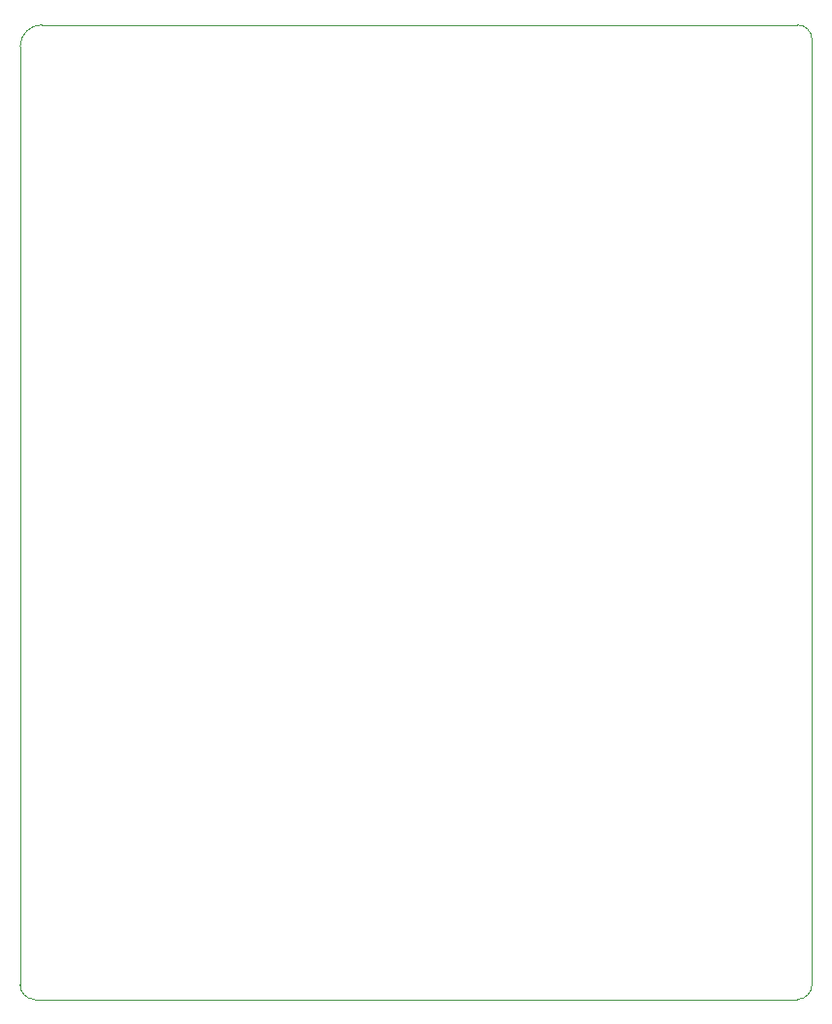
<source format=gbr>
%TF.GenerationSoftware,KiCad,Pcbnew,(5.1.10-1-10_14)*%
%TF.CreationDate,2022-07-08T21:32:07+01:00*%
%TF.ProjectId,68k_debug,36386b5f-6465-4627-9567-2e6b69636164,rev?*%
%TF.SameCoordinates,Original*%
%TF.FileFunction,Profile,NP*%
%FSLAX46Y46*%
G04 Gerber Fmt 4.6, Leading zero omitted, Abs format (unit mm)*
G04 Created by KiCad (PCBNEW (5.1.10-1-10_14)) date 2022-07-08 21:32:07*
%MOMM*%
%LPD*%
G01*
G04 APERTURE LIST*
%TA.AperFunction,Profile*%
%ADD10C,0.050000*%
%TD*%
G04 APERTURE END LIST*
D10*
X144145000Y-55880000D02*
G75*
G02*
X145415000Y-57150000I0J-1270000D01*
G01*
X76200000Y-57785000D02*
G75*
G02*
X78105000Y-55880000I1905000J0D01*
G01*
X77470000Y-140970000D02*
G75*
G02*
X76200000Y-139700000I0J1270000D01*
G01*
X145415000Y-139700000D02*
G75*
G02*
X144145000Y-140970000I-1270000J0D01*
G01*
X76200000Y-139700000D02*
X76200000Y-57785000D01*
X144145000Y-140970000D02*
X77470000Y-140970000D01*
X145415000Y-57150000D02*
X145415000Y-139700000D01*
X78105000Y-55880000D02*
X144145000Y-55880000D01*
M02*

</source>
